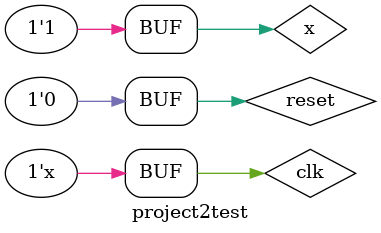
<source format=v>
`timescale 1ns / 1ps


module project2test;

	// Inputs
	reg x;
	reg clk;
	reg reset;

	// Outputs
	wire y;

	// Instantiate the Unit Under Test (UUT)
	project2 uut (
		.x(x), 
		.clk(clk), 
		.reset(reset), 
		.y(y)
	);
always begin clk = ~clk; #50; end

	initial begin
		// Initialize Inputs
		x = 0;
		clk = 0;
		reset = 1;

		// Wait 100 ns for global reset to finish
		#50;
        
		// Add stimulus here
		reset=0;  
		x=0;#100;
		x=0;#100;
		x=1;#100;
		x=0;#100;
		x=0;#100;
		
		x=1;#100;
		x=1;#100;
		x=0;#100;
		
		x=1;#100;
		x=0;#100;
		x=1;#100;
		
		x=0;#100;
		x=0;#100;
		x=0;#100;
		x=0;#100;
		x=1;#100;
		x=0;#100;
		x=1;#100;
		
		x=0;#100;
		x=0;#100;
		x=0;#100;
		x=0;#100;
		
		x=1;#100;
		x=0;#100;
		x=1;#100;
		x=1;#100;
		x=0;#100;
		x=1;#100;

	end
      
endmodule


</source>
